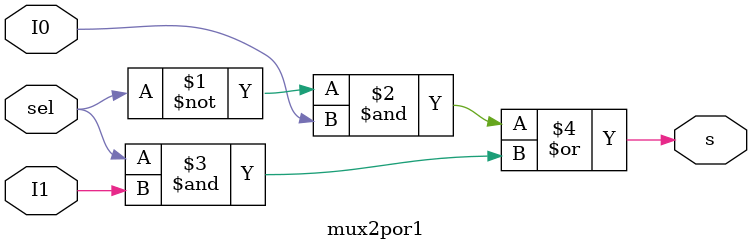
<source format=v>

module mux2por1(I0, I1, sel, s);
	input I0, I1, sel;
	output s;
	
	assign s = (~sel & I0) | (sel & I1);
	
endmodule
</source>
